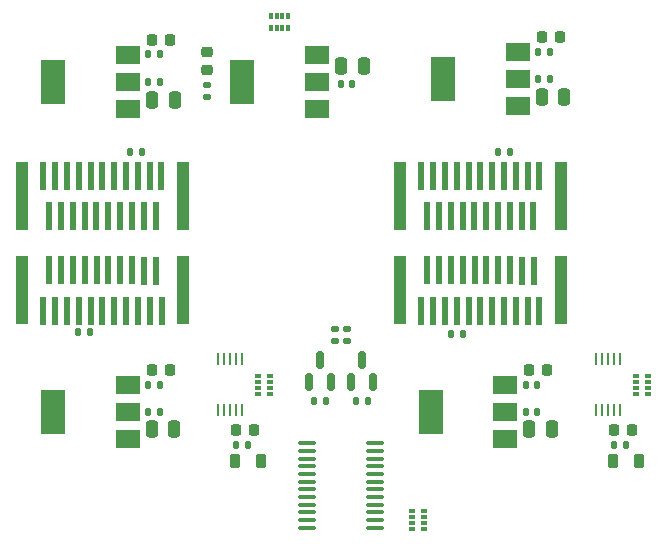
<source format=gbr>
%TF.GenerationSoftware,KiCad,Pcbnew,(6.0.0-0)*%
%TF.CreationDate,2023-03-08T15:11:31-05:00*%
%TF.ProjectId,carrier-board,63617272-6965-4722-9d62-6f6172642e6b,rev?*%
%TF.SameCoordinates,Original*%
%TF.FileFunction,Paste,Top*%
%TF.FilePolarity,Positive*%
%FSLAX46Y46*%
G04 Gerber Fmt 4.6, Leading zero omitted, Abs format (unit mm)*
G04 Created by KiCad (PCBNEW (6.0.0-0)) date 2023-03-08 15:11:31*
%MOMM*%
%LPD*%
G01*
G04 APERTURE LIST*
G04 Aperture macros list*
%AMRoundRect*
0 Rectangle with rounded corners*
0 $1 Rounding radius*
0 $2 $3 $4 $5 $6 $7 $8 $9 X,Y pos of 4 corners*
0 Add a 4 corners polygon primitive as box body*
4,1,4,$2,$3,$4,$5,$6,$7,$8,$9,$2,$3,0*
0 Add four circle primitives for the rounded corners*
1,1,$1+$1,$2,$3*
1,1,$1+$1,$4,$5*
1,1,$1+$1,$6,$7*
1,1,$1+$1,$8,$9*
0 Add four rect primitives between the rounded corners*
20,1,$1+$1,$2,$3,$4,$5,0*
20,1,$1+$1,$4,$5,$6,$7,0*
20,1,$1+$1,$6,$7,$8,$9,0*
20,1,$1+$1,$8,$9,$2,$3,0*%
G04 Aperture macros list end*
%ADD10R,1.000000X5.850000*%
%ADD11R,0.610000X2.410000*%
%ADD12RoundRect,0.100000X0.637500X0.100000X-0.637500X0.100000X-0.637500X-0.100000X0.637500X-0.100000X0*%
%ADD13RoundRect,0.218750X0.218750X0.381250X-0.218750X0.381250X-0.218750X-0.381250X0.218750X-0.381250X0*%
%ADD14RoundRect,0.140000X-0.140000X-0.170000X0.140000X-0.170000X0.140000X0.170000X-0.140000X0.170000X0*%
%ADD15RoundRect,0.135000X-0.185000X0.135000X-0.185000X-0.135000X0.185000X-0.135000X0.185000X0.135000X0*%
%ADD16RoundRect,0.135000X-0.135000X-0.185000X0.135000X-0.185000X0.135000X0.185000X-0.135000X0.185000X0*%
%ADD17R,2.000000X1.500000*%
%ADD18R,2.000000X3.800000*%
%ADD19RoundRect,0.135000X0.185000X-0.135000X0.185000X0.135000X-0.185000X0.135000X-0.185000X-0.135000X0*%
%ADD20RoundRect,0.135000X0.135000X0.185000X-0.135000X0.185000X-0.135000X-0.185000X0.135000X-0.185000X0*%
%ADD21RoundRect,0.250000X-0.250000X-0.475000X0.250000X-0.475000X0.250000X0.475000X-0.250000X0.475000X0*%
%ADD22R,0.500000X0.400000*%
%ADD23R,0.500000X0.300000*%
%ADD24RoundRect,0.225000X-0.225000X-0.250000X0.225000X-0.250000X0.225000X0.250000X-0.225000X0.250000X0*%
%ADD25RoundRect,0.150000X0.150000X-0.587500X0.150000X0.587500X-0.150000X0.587500X-0.150000X-0.587500X0*%
%ADD26R,0.250000X1.100000*%
%ADD27RoundRect,0.218750X-0.256250X0.218750X-0.256250X-0.218750X0.256250X-0.218750X0.256250X0.218750X0*%
%ADD28R,0.400000X0.500000*%
%ADD29R,0.300000X0.500000*%
G04 APERTURE END LIST*
D10*
%TO.C,J1*%
X84423500Y-117750000D03*
X98076500Y-117750000D03*
D11*
X96246500Y-116030000D03*
X95246500Y-116030000D03*
X94246500Y-116030000D03*
X93246500Y-116030000D03*
X92246500Y-116030000D03*
X91246500Y-116030000D03*
X90246500Y-116030000D03*
X89246500Y-116030000D03*
X88246500Y-116030000D03*
X87246500Y-116030000D03*
X86246500Y-116030000D03*
X86746500Y-119430000D03*
X87746500Y-119430000D03*
X88746500Y-119470000D03*
X89746500Y-119470000D03*
X90746500Y-119470000D03*
X91746500Y-119470000D03*
X92746500Y-119470000D03*
X93746500Y-119470000D03*
X94746500Y-119470000D03*
X95746500Y-119470000D03*
%TD*%
D10*
%TO.C,J2*%
X130076500Y-117750000D03*
X116423500Y-117750000D03*
D11*
X128246500Y-116030000D03*
X127246500Y-116030000D03*
X126246500Y-116030000D03*
X125246500Y-116030000D03*
X124246500Y-116030000D03*
X123246500Y-116030000D03*
X122246500Y-116030000D03*
X121246500Y-116030000D03*
X120246500Y-116030000D03*
X119246500Y-116030000D03*
X118246500Y-116030000D03*
X118746500Y-119430000D03*
X119746500Y-119430000D03*
X120746500Y-119470000D03*
X121746500Y-119470000D03*
X122746500Y-119470000D03*
X123746500Y-119470000D03*
X124746500Y-119470000D03*
X125746500Y-119470000D03*
X126746500Y-119470000D03*
X127746500Y-119470000D03*
%TD*%
D10*
%TO.C,J3*%
X84423500Y-125750000D03*
X98076500Y-125750000D03*
D11*
X86253500Y-127470000D03*
X87253500Y-127470000D03*
X88253500Y-127470000D03*
X89253500Y-127470000D03*
X90253500Y-127470000D03*
X91253500Y-127470000D03*
X92253500Y-127470000D03*
X93253500Y-127470000D03*
X94253500Y-127470000D03*
X95253500Y-127470000D03*
X96253500Y-127470000D03*
X95753500Y-124070000D03*
X94753500Y-124070000D03*
X93753500Y-124030000D03*
X92753500Y-124030000D03*
X91753500Y-124030000D03*
X90753500Y-124030000D03*
X89753500Y-124030000D03*
X88753500Y-124030000D03*
X87753500Y-124030000D03*
X86753500Y-124030000D03*
%TD*%
D10*
%TO.C,J4*%
X130076500Y-125750000D03*
X116423500Y-125750000D03*
D11*
X118253500Y-127470000D03*
X119253500Y-127470000D03*
X120253500Y-127470000D03*
X121253500Y-127470000D03*
X122253500Y-127470000D03*
X123253500Y-127470000D03*
X124253500Y-127470000D03*
X125253500Y-127470000D03*
X126253500Y-127470000D03*
X127253500Y-127470000D03*
X128253500Y-127470000D03*
X127753500Y-124070000D03*
X126753500Y-124070000D03*
X125753500Y-124030000D03*
X124753500Y-124030000D03*
X123753500Y-124030000D03*
X122753500Y-124030000D03*
X121753500Y-124030000D03*
X120753500Y-124030000D03*
X119753500Y-124030000D03*
X118753500Y-124030000D03*
%TD*%
D12*
%TO.C,U7*%
X114311500Y-145833000D03*
X114311500Y-145183000D03*
X114311500Y-144533000D03*
X114311500Y-143883000D03*
X114311500Y-143233000D03*
X114311500Y-142583000D03*
X114311500Y-141933000D03*
X114311500Y-141283000D03*
X114311500Y-140633000D03*
X114311500Y-139983000D03*
X114311500Y-139333000D03*
X114311500Y-138683000D03*
X108586500Y-138683000D03*
X108586500Y-139333000D03*
X108586500Y-139983000D03*
X108586500Y-140633000D03*
X108586500Y-141283000D03*
X108586500Y-141933000D03*
X108586500Y-142583000D03*
X108586500Y-143233000D03*
X108586500Y-143883000D03*
X108586500Y-144533000D03*
X108586500Y-145183000D03*
X108586500Y-145833000D03*
%TD*%
D13*
%TO.C,FB1*%
X104637500Y-140221000D03*
X102512500Y-140221000D03*
%TD*%
D14*
%TO.C,C16*%
X95126200Y-133741000D03*
X96086200Y-133741000D03*
%TD*%
%TO.C,C2*%
X111416000Y-108264000D03*
X112376000Y-108264000D03*
%TD*%
D15*
%TO.C,R9*%
X111957000Y-129043000D03*
X111957000Y-130063000D03*
%TD*%
D16*
%TO.C,R4*%
X89145800Y-129299000D03*
X90165800Y-129299000D03*
%TD*%
D17*
%TO.C,U6*%
X125336400Y-138330000D03*
X125336400Y-136030000D03*
D18*
X119036400Y-136030000D03*
D17*
X125336400Y-133730000D03*
%TD*%
D19*
%TO.C,R1*%
X100069800Y-109362000D03*
X100069800Y-108342000D03*
%TD*%
D20*
%TO.C,R2*%
X94610800Y-114059000D03*
X93590800Y-114059000D03*
%TD*%
D21*
%TO.C,C13*%
X95443600Y-137525600D03*
X97343600Y-137525600D03*
%TD*%
D17*
%TO.C,U1*%
X109392000Y-110390000D03*
D18*
X103092000Y-108090000D03*
D17*
X109392000Y-108090000D03*
X109392000Y-105790000D03*
%TD*%
D14*
%TO.C,C22*%
X134591000Y-138824000D03*
X135551000Y-138824000D03*
%TD*%
D22*
%TO.C,RN4*%
X137425200Y-132994000D03*
D23*
X137425200Y-133494000D03*
X137425200Y-133994000D03*
D22*
X137425200Y-134494000D03*
X136425200Y-134494000D03*
D23*
X136425200Y-133994000D03*
X136425200Y-133494000D03*
D22*
X136425200Y-132994000D03*
%TD*%
D24*
%TO.C,C15*%
X95408600Y-132496400D03*
X96958600Y-132496400D03*
%TD*%
D21*
%TO.C,C5*%
X95462200Y-109588600D03*
X97362200Y-109588600D03*
%TD*%
D24*
%TO.C,C3*%
X102546000Y-137554000D03*
X104096000Y-137554000D03*
%TD*%
D25*
%TO.C,Q1*%
X108721000Y-133538500D03*
X110621000Y-133538500D03*
X109671000Y-131663500D03*
%TD*%
D24*
%TO.C,C7*%
X95408600Y-104508600D03*
X96958600Y-104508600D03*
%TD*%
D20*
%TO.C,R3*%
X125723800Y-114059000D03*
X124703800Y-114059000D03*
%TD*%
D22*
%TO.C,RN2*%
X105421200Y-132994000D03*
D23*
X105421200Y-133494000D03*
X105421200Y-133994000D03*
D22*
X105421200Y-134494000D03*
X104421200Y-134494000D03*
D23*
X104421200Y-133994000D03*
X104421200Y-133494000D03*
D22*
X104421200Y-132994000D03*
%TD*%
D26*
%TO.C,U2*%
X103051000Y-131594000D03*
X102551000Y-131594000D03*
X102051000Y-131594000D03*
X101551000Y-131594000D03*
X101051000Y-131594000D03*
X101051000Y-135894000D03*
X101551000Y-135894000D03*
X102051000Y-135894000D03*
X102551000Y-135894000D03*
X103051000Y-135894000D03*
%TD*%
D14*
%TO.C,C18*%
X127072600Y-136027000D03*
X128032600Y-136027000D03*
%TD*%
D16*
%TO.C,R5*%
X120770800Y-129426000D03*
X121790800Y-129426000D03*
%TD*%
D14*
%TO.C,C12*%
X128146200Y-105550000D03*
X129106200Y-105550000D03*
%TD*%
%TO.C,C10*%
X128146200Y-107861400D03*
X129106200Y-107861400D03*
%TD*%
D16*
%TO.C,R6*%
X109161000Y-135141000D03*
X110181000Y-135141000D03*
%TD*%
D21*
%TO.C,C9*%
X128463600Y-109360000D03*
X130363600Y-109360000D03*
%TD*%
D17*
%TO.C,U5*%
X93390000Y-138330000D03*
X93390000Y-136030000D03*
D18*
X87090000Y-136030000D03*
D17*
X93390000Y-133730000D03*
%TD*%
D14*
%TO.C,C6*%
X95144800Y-108090000D03*
X96104800Y-108090000D03*
%TD*%
D13*
%TO.C,FB2*%
X136641500Y-140221000D03*
X134516500Y-140221000D03*
%TD*%
D24*
%TO.C,C19*%
X127361800Y-132496400D03*
X128911800Y-132496400D03*
%TD*%
D21*
%TO.C,C1*%
X111464200Y-106740000D03*
X113364200Y-106740000D03*
%TD*%
D24*
%TO.C,C11*%
X128428600Y-104305400D03*
X129978600Y-104305400D03*
%TD*%
D14*
%TO.C,C8*%
X95144800Y-105753200D03*
X96104800Y-105753200D03*
%TD*%
%TO.C,C4*%
X102587000Y-138824000D03*
X103547000Y-138824000D03*
%TD*%
D27*
%TO.C,D1*%
X100069800Y-105524500D03*
X100069800Y-107099500D03*
%TD*%
D28*
%TO.C,RN1*%
X105492000Y-102510000D03*
D29*
X105992000Y-102510000D03*
X106492000Y-102510000D03*
D28*
X106992000Y-102510000D03*
X106992000Y-103510000D03*
D29*
X106492000Y-103510000D03*
X105992000Y-103510000D03*
D28*
X105492000Y-103510000D03*
%TD*%
D17*
%TO.C,U3*%
X93390000Y-110390000D03*
X93390000Y-108090000D03*
D18*
X87090000Y-108090000D03*
D17*
X93390000Y-105790000D03*
%TD*%
D26*
%TO.C,U8*%
X135055000Y-131594000D03*
X134555000Y-131594000D03*
X134055000Y-131594000D03*
X133555000Y-131594000D03*
X133055000Y-131594000D03*
X133055000Y-135894000D03*
X133555000Y-135894000D03*
X134055000Y-135894000D03*
X134555000Y-135894000D03*
X135055000Y-135894000D03*
%TD*%
D25*
%TO.C,Q2*%
X112277000Y-133538500D03*
X114177000Y-133538500D03*
X113227000Y-131663500D03*
%TD*%
D16*
%TO.C,R7*%
X112717000Y-135141000D03*
X113737000Y-135141000D03*
%TD*%
D15*
%TO.C,R8*%
X110941000Y-129043000D03*
X110941000Y-130063000D03*
%TD*%
D14*
%TO.C,C14*%
X95126200Y-136027000D03*
X96086200Y-136027000D03*
%TD*%
D21*
%TO.C,C17*%
X127390000Y-137525600D03*
X129290000Y-137525600D03*
%TD*%
D17*
%TO.C,U4*%
X126410000Y-110164400D03*
X126410000Y-107864400D03*
D18*
X120110000Y-107864400D03*
D17*
X126410000Y-105564400D03*
%TD*%
D14*
%TO.C,C20*%
X127072600Y-133741000D03*
X128032600Y-133741000D03*
%TD*%
D22*
%TO.C,RN3*%
X117476800Y-145924000D03*
D23*
X117476800Y-145424000D03*
X117476800Y-144924000D03*
D22*
X117476800Y-144424000D03*
X118476800Y-144424000D03*
D23*
X118476800Y-144924000D03*
X118476800Y-145424000D03*
D22*
X118476800Y-145924000D03*
%TD*%
D24*
%TO.C,C21*%
X134550000Y-137554000D03*
X136100000Y-137554000D03*
%TD*%
M02*

</source>
